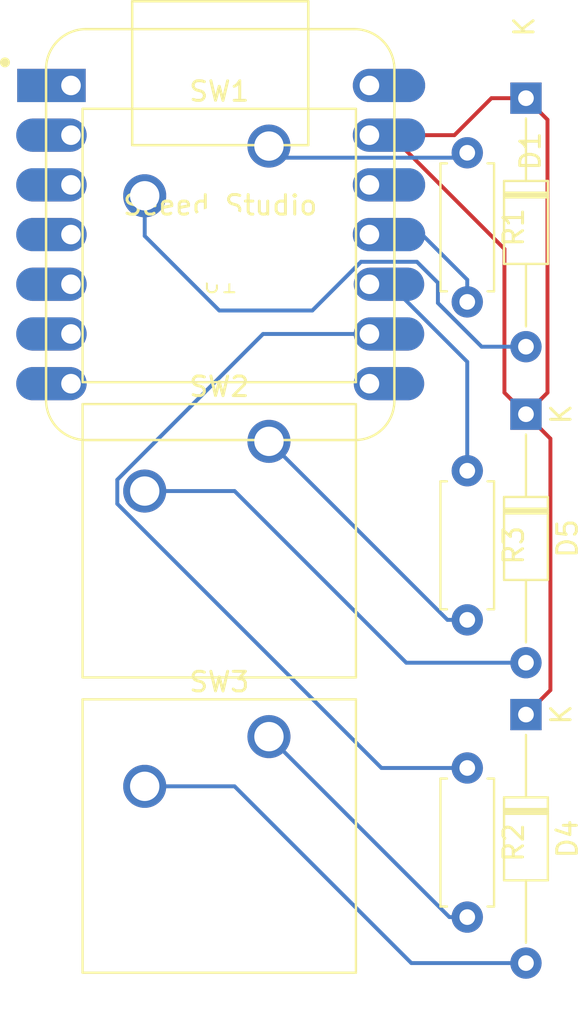
<source format=kicad_pcb>
(kicad_pcb (version 20240108) (generator "pcbnew") (generator_version "8.0")
  (layers (0 "F.Cu" signal) (31 "B.Cu" signal) (34 "B.Paste" user) (35 "F.Paste" user) (36 "B.SilkS" user "B.Silkscreen") (37 "F.SilkS" user "F.Silkscreen") (38 "B.Mask" user) (39 "F.Mask" user) (44 "Edge.Cuts" user))
  (net 0 "")
  (net 1 "GND")
  (net 2 "Net-(D1-A)")
  (net 3 "Net-(D4-A)")
  (net 4 "Net-(D5-A)")
  (net 5 "Net-(U1-PA6_A10_D10_MOSI)")
  (net 6 "Net-(R1-Pad1)")
  (net 7 "Net-(R2-Pad2)")
  (net 8 "Net-(U1-PA7_A8_D8_SCK)")
  (net 9 "Net-(R3-Pad2)")
  (net 10 "Net-(U1-PA5_A9_D9_MISO)")
  (footprint "Diode_THT:D_DO-35_SOD27_P12.70mm_Horizontal" (layer "F.Cu") (at 114.75 84.8 -90)
    (property "Reference" "D5" (at 6.35 -2.12 90) (layer "F.SilkS"))
    (property "Value" "LED")
    (fp_line (start 4.23 1.12) (end 8.47 1.12) (stroke (width 0.12)) (layer "F.SilkS"))
    (fp_line (start 8.47 1.12) (end 8.47 -1.12) (stroke (width 0.12)) (layer "F.SilkS"))
    (fp_line (start 1.04 0) (end 4.23 0) (stroke (width 0.12)) (layer "F.SilkS"))
    (fp_line (start 11.66 0) (end 8.47 0) (stroke (width 0.12)) (layer "F.SilkS"))
    (fp_line (start 4.23 -1.12) (end 4.23 1.12) (stroke (width 0.12)) (layer "F.SilkS"))
    (fp_line (start 4.83 -1.12) (end 4.83 1.12) (stroke (width 0.12)) (layer "F.SilkS"))
    (fp_line (start 4.95 -1.12) (end 4.95 1.12) (stroke (width 0.12)) (layer "F.SilkS"))
    (fp_line (start 5.07 -1.12) (end 5.07 1.12) (stroke (width 0.12)) (layer "F.SilkS"))
    (fp_line (start 8.47 -1.12) (end 4.23 -1.12) (stroke (width 0.12)) (layer "F.SilkS"))
    (fp_text user "K" (at 0 -1.8 90) (layer "F.SilkS"))
    (pad "1" thru_hole rect (at 0 0 270) (size 1.6 1.6) (drill 0.8) (layers "*.Cu" "*.Mask") (net 1 "GND"))
    (pad "2" thru_hole oval (at 12.7 0 270) (size 1.6 1.6) (drill 0.8) (layers "*.Cu" "*.Mask") (net 4 "Net-(D5-A)"))
  )
  (footprint "Diode_THT:D_DO-35_SOD27_P12.70mm_Horizontal" (layer "F.Cu") (at 114.75 68.65 -90)
    (property "Reference" "D1" (at 2.7 -0.23 90) (layer "F.SilkS"))
    (property "Value" "LED")
    (fp_line (start 4.23 1.12) (end 8.47 1.12) (stroke (width 0.12)) (layer "F.SilkS"))
    (fp_line (start 8.47 1.12) (end 8.47 -1.12) (stroke (width 0.12)) (layer "F.SilkS"))
    (fp_line (start 1.04 0) (end 4.23 0) (stroke (width 0.12)) (layer "F.SilkS"))
    (fp_line (start 11.66 0) (end 8.47 0) (stroke (width 0.12)) (layer "F.SilkS"))
    (fp_line (start 4.23 -1.12) (end 4.23 1.12) (stroke (width 0.12)) (layer "F.SilkS"))
    (fp_line (start 4.83 -1.12) (end 4.83 1.12) (stroke (width 0.12)) (layer "F.SilkS"))
    (fp_line (start 4.95 -1.12) (end 4.95 1.12) (stroke (width 0.12)) (layer "F.SilkS"))
    (fp_line (start 5.07 -1.12) (end 5.07 1.12) (stroke (width 0.12)) (layer "F.SilkS"))
    (fp_line (start 8.47 -1.12) (end 4.23 -1.12) (stroke (width 0.12)) (layer "F.SilkS"))
    (fp_text user "K" (at -3.65 0.09 90) (layer "F.SilkS"))
    (pad "1" thru_hole rect (at 0 0 270) (size 1.6 1.6) (drill 0.8) (layers "*.Cu" "*.Mask") (net 1 "GND"))
    (pad "2" thru_hole oval (at 12.7 0 270) (size 1.6 1.6) (drill 0.8) (layers "*.Cu" "*.Mask") (net 2 "Net-(D1-A)"))
  )
  (footprint "Resistor_THT:R_Axial_DIN0207_L6.3mm_D2.5mm_P7.62mm_Horizontal" (layer "F.Cu") (at 111.75 102.88 -90)
    (property "Reference" "R2" (at 3.81 -2.37 90) (layer "F.SilkS"))
    (property "Value" "R")
    (fp_line (start 0.54 1.37) (end 7.08 1.37) (stroke (width 0.12)) (layer "F.SilkS"))
    (fp_line (start 7.08 1.37) (end 7.08 1.04) (stroke (width 0.12)) (layer "F.SilkS"))
    (fp_line (start 0.54 1.04) (end 0.54 1.37) (stroke (width 0.12)) (layer "F.SilkS"))
    (fp_line (start 0.54 -1.04) (end 0.54 -1.37) (stroke (width 0.12)) (layer "F.SilkS"))
    (fp_line (start 0.54 -1.37) (end 7.08 -1.37) (stroke (width 0.12)) (layer "F.SilkS"))
    (fp_line (start 7.08 -1.37) (end 7.08 -1.04) (stroke (width 0.12)) (layer "F.SilkS"))
    (pad "1" thru_hole circle (at 0 0 270) (size 1.6 1.6) (drill 0.8) (layers "*.Cu" "*.Mask") (net 8 "Net-(U1-PA7_A8_D8_SCK)"))
    (pad "2" thru_hole oval (at 7.62 0 270) (size 1.6 1.6) (drill 0.8) (layers "*.Cu" "*.Mask") (net 7 "Net-(R2-Pad2)"))
  )
  (footprint "footprints:XIAO-Generic-Hybrid-14P-2.54-21X17.8MM" (layer "F.Cu") (at 99.125 75.62)
    (property "Reference" "U1" (at 0 2.54 0) (layer "F.SilkS") (effects (font (size 0.889 0.889) (thickness 0.1016))))
    (property "Value" "Seeed Studio XIAO SAMD21" (hide yes))
    (fp_line (start -8.9 -8.5) (end -8.9 8.5) (stroke (width 0.127)) (layer "F.SilkS"))
    (fp_line (start -6.9 10.5) (end 6.9 10.5) (stroke (width 0.127)) (layer "F.SilkS"))
    (fp_line (start -4.5 -11.92403) (end 4.5 -11.92403) (stroke (width 0.127)) (layer "F.SilkS"))
    (fp_line (start -4.5 -4.57073) (end -4.5 -11.92403) (stroke (width 0.127)) (layer "F.SilkS"))
    (fp_line (start 4.5 -11.92403) (end 4.5 -4.57073) (stroke (width 0.127)) (layer "F.SilkS"))
    (fp_line (start 4.5 -4.57073) (end -4.5 -4.57073) (stroke (width 0.127)) (layer "F.SilkS"))
    (fp_line (start 6.9 -10.49909) (end -6.9 -10.49909) (stroke (width 0.127)) (layer "F.SilkS"))
    (fp_line (start 8.9 8.5) (end 8.9 -8.5) (stroke (width 0.127)) (layer "F.SilkS"))
    (fp_arc (start -8.9 -8.5) (mid -8.301491 -9.901491) (end -6.9 -10.5) (stroke (width 0.12)) (layer "F.SilkS"))
    (fp_arc (start -6.9 10.5) (mid -8.301423 9.901423) (end -8.9 8.5) (stroke (width 0.12)) (layer "F.SilkS"))
    (fp_arc (start 6.9 -10.5) (mid 8.301492 -9.901492) (end 8.9 -8.5) (stroke (width 0.12)) (layer "F.SilkS"))
    (fp_arc (start 8.9 8.5) (mid 8.314214 9.914214) (end 6.9 10.5) (stroke (width 0.12)) (layer "F.SilkS"))
    (fp_circle (center -11 -8.8) (end -11 -9.054) (fill solid) (layer "F.SilkS"))
    (fp_poly (pts (xy -8.887715 -8.561705) (xy -8.884667 -8.610473) (xy -8.880603 -8.659494)) (stroke (width 0.0254)) (fill none) (layer "F.SilkS"))
    (fp_poly (pts (xy 8.889492 8.521574) (xy 8.887713 8.57085) (xy 8.884665 8.619618) (xy 8.880601 8.668639) (xy 8.875268 8.717407) (xy 8.868664 8.766175) (xy 8.861044 8.81469) (xy 8.852153 8.86295) (xy 8.842248 8.910955)) (stroke (width 0.0254)) (fill none) (layer "F.SilkS"))
    (fp_text user "XIAO" (at 0 0.5 0) (layer "F.SilkS"))
    (fp_text user "Seeed Studio" (at 0 -1.5 0) (layer "F.SilkS"))
    (pad "1" thru_hole rect (at -7.625 -7.62) (size 3.5 1.7) (drill 1 (offset -1 0)) (layers "*.Cu" "*.Mask"))
    (pad "2" thru_hole oval (at -7.625 -5.08) (size 3.6 1.7) (drill 1 (offset -1 0)) (layers "*.Cu" "*.Mask"))
    (pad "3" thru_hole oval (at -7.625 -2.54) (size 3.6 1.7) (drill 1 (offset -1 0)) (layers "*.Cu" "*.Mask"))
    (pad "4" thru_hole oval (at -7.625 0) (size 3.6 1.7) (drill 1 (offset -1 0)) (layers "*.Cu" "*.Mask"))
    (pad "5" thru_hole oval (at -7.625 2.54) (size 3.6 1.7) (drill 1 (offset -1 0)) (layers "*.Cu" "*.Mask"))
    (pad "6" thru_hole oval (at -7.625 5.08 180) (size 3.6 1.7) (drill 1 (offset 1 0)) (layers "*.Cu" "*.Mask"))
    (pad "7" thru_hole oval (at -7.625 7.62) (size 3.6 1.7) (drill 1 (offset -1 0)) (layers "*.Cu" "*.Mask"))
    (pad "8" thru_hole oval (at 7.625 7.62) (size 3.6 1.7) (drill 1 (offset 1 0)) (layers "*.Cu" "*.Mask"))
    (pad "9" thru_hole oval (at 7.625 5.08) (size 3.6 1.7) (drill 1 (offset 1 0)) (layers "*.Cu" "*.Mask") (net 8 "Net-(U1-PA7_A8_D8_SCK)"))
    (pad "10" thru_hole oval (at 7.625 2.54) (size 3.6 1.7) (drill 1 (offset 1 0)) (layers "*.Cu" "*.Mask") (net 10 "Net-(U1-PA5_A9_D9_MISO)"))
    (pad "11" thru_hole oval (at 7.625 0) (size 3.7 1.7) (drill 1 (offset 1 0)) (layers "*.Cu" "*.Mask") (net 5 "Net-(U1-PA6_A10_D10_MOSI)"))
    (pad "12" thru_hole oval (at 7.625 -2.54) (size 3.7 1.7) (drill 1 (offset 1 0)) (layers "*.Cu" "*.Mask"))
    (pad "13" thru_hole oval (at 7.625 -5.08) (size 3.7 1.7) (drill 1 (offset 1 0)) (layers "*.Cu" "*.Mask") (net 1 "GND"))
    (pad "14" thru_hole oval (at 7.625 -7.62) (size 3.7 1.7) (drill 1 (offset 1 0)) (layers "*.Cu" "*.Mask"))
  )
  (footprint "Resistor_THT:R_Axial_DIN0207_L6.3mm_D2.5mm_P7.62mm_Horizontal" (layer "F.Cu") (at 111.75 71.44 -90)
    (property "Reference" "R1" (at 3.81 -2.37 90) (layer "F.SilkS"))
    (property "Value" "R")
    (fp_line (start 0.54 1.37) (end 7.08 1.37) (stroke (width 0.12)) (layer "F.SilkS"))
    (fp_line (start 7.08 1.37) (end 7.08 1.04) (stroke (width 0.12)) (layer "F.SilkS"))
    (fp_line (start 0.54 1.04) (end 0.54 1.37) (stroke (width 0.12)) (layer "F.SilkS"))
    (fp_line (start 0.54 -1.04) (end 0.54 -1.37) (stroke (width 0.12)) (layer "F.SilkS"))
    (fp_line (start 0.54 -1.37) (end 7.08 -1.37) (stroke (width 0.12)) (layer "F.SilkS"))
    (fp_line (start 7.08 -1.37) (end 7.08 -1.04) (stroke (width 0.12)) (layer "F.SilkS"))
    (pad "1" thru_hole circle (at 0 0 270) (size 1.6 1.6) (drill 0.8) (layers "*.Cu" "*.Mask") (net 6 "Net-(R1-Pad1)"))
    (pad "2" thru_hole oval (at 7.62 0 270) (size 1.6 1.6) (drill 0.8) (layers "*.Cu" "*.Mask") (net 5 "Net-(U1-PA6_A10_D10_MOSI)"))
  )
  (footprint "Button_Switch_Keyboard:SW_Cherry_MX_1.00u_PCB" (layer "F.Cu") (at 101.616 86.18747)
    (property "Reference" "SW2" (at -2.54 -2.794 0) (layer "F.SilkS"))
    (property "Value" "SW_Push")
    (fp_line (start -9.525 -1.905) (end 4.445 -1.905) (stroke (width 0.12)) (layer "F.SilkS"))
    (fp_line (start -9.525 12.065) (end -9.525 -1.905) (stroke (width 0.12)) (layer "F.SilkS"))
    (fp_line (start 4.445 -1.905) (end 4.445 12.065) (stroke (width 0.12)) (layer "F.SilkS"))
    (fp_line (start 4.445 12.065) (end -9.525 12.065) (stroke (width 0.12)) (layer "F.SilkS"))
    (pad "" np_thru_hole circle (at -7.62 5.08) (size 1.7 1.7) (drill 1.7) (layers "*.Cu" "*.Mask"))
    (pad "" np_thru_hole circle (at -2.54 5.08) (size 4 4) (drill 4) (layers "*.Cu" "*.Mask"))
    (pad "" np_thru_hole circle (at 2.54 5.08) (size 1.7 1.7) (drill 1.7) (layers "*.Cu" "*.Mask"))
    (pad "1" thru_hole circle (at 0 0) (size 2.2 2.2) (drill 1.5) (layers "*.Cu" "*.Mask") (net 9 "Net-(R3-Pad2)"))
    (pad "2" thru_hole circle (at -6.35 2.54) (size 2.2 2.2) (drill 1.5) (layers "*.Cu" "*.Mask") (net 4 "Net-(D5-A)"))
  )
  (footprint "Diode_THT:D_DO-35_SOD27_P12.70mm_Horizontal" (layer "F.Cu") (at 114.75 100.15 -90)
    (property "Reference" "D4" (at 6.35 -2.12 90) (layer "F.SilkS"))
    (property "Value" "LED")
    (fp_line (start 4.23 1.12) (end 8.47 1.12) (stroke (width 0.12)) (layer "F.SilkS"))
    (fp_line (start 8.47 1.12) (end 8.47 -1.12) (stroke (width 0.12)) (layer "F.SilkS"))
    (fp_line (start 1.04 0) (end 4.23 0) (stroke (width 0.12)) (layer "F.SilkS"))
    (fp_line (start 11.66 0) (end 8.47 0) (stroke (width 0.12)) (layer "F.SilkS"))
    (fp_line (start 4.23 -1.12) (end 4.23 1.12) (stroke (width 0.12)) (layer "F.SilkS"))
    (fp_line (start 4.83 -1.12) (end 4.83 1.12) (stroke (width 0.12)) (layer "F.SilkS"))
    (fp_line (start 4.95 -1.12) (end 4.95 1.12) (stroke (width 0.12)) (layer "F.SilkS"))
    (fp_line (start 5.07 -1.12) (end 5.07 1.12) (stroke (width 0.12)) (layer "F.SilkS"))
    (fp_line (start 8.47 -1.12) (end 4.23 -1.12) (stroke (width 0.12)) (layer "F.SilkS"))
    (fp_text user "K" (at 0 -1.8 90) (layer "F.SilkS"))
    (pad "1" thru_hole rect (at 0 0 270) (size 1.6 1.6) (drill 0.8) (layers "*.Cu" "*.Mask") (net 1 "GND"))
    (pad "2" thru_hole oval (at 12.7 0 270) (size 1.6 1.6) (drill 0.8) (layers "*.Cu" "*.Mask") (net 3 "Net-(D4-A)"))
  )
  (footprint "Button_Switch_Keyboard:SW_Cherry_MX_1.00u_PCB" (layer "F.Cu") (at 101.616 71.09747)
    (property "Reference" "SW1" (at -2.54 -2.794 0) (layer "F.SilkS"))
    (property "Value" "SW_Push")
    (fp_line (start -9.525 -1.905) (end 4.445 -1.905) (stroke (width 0.12)) (layer "F.SilkS"))
    (fp_line (start -9.525 12.065) (end -9.525 -1.905) (stroke (width 0.12)) (layer "F.SilkS"))
    (fp_line (start 4.445 -1.905) (end 4.445 12.065) (stroke (width 0.12)) (layer "F.SilkS"))
    (fp_line (start 4.445 12.065) (end -9.525 12.065) (stroke (width 0.12)) (layer "F.SilkS"))
    (pad "" np_thru_hole circle (at -7.62 5.08) (size 1.7 1.7) (drill 1.7) (layers "*.Cu" "*.Mask"))
    (pad "" np_thru_hole circle (at -2.54 5.08) (size 4 4) (drill 4) (layers "*.Cu" "*.Mask"))
    (pad "" np_thru_hole circle (at 2.54 5.08) (size 1.7 1.7) (drill 1.7) (layers "*.Cu" "*.Mask"))
    (pad "1" thru_hole circle (at 0 0) (size 2.2 2.2) (drill 1.5) (layers "*.Cu" "*.Mask") (net 6 "Net-(R1-Pad1)"))
    (pad "2" thru_hole circle (at -6.35 2.54) (size 2.2 2.2) (drill 1.5) (layers "*.Cu" "*.Mask") (net 2 "Net-(D1-A)"))
  )
  (footprint "Resistor_THT:R_Axial_DIN0207_L6.3mm_D2.5mm_P7.62mm_Horizontal" (layer "F.Cu") (at 111.75 87.69 -90)
    (property "Reference" "R3" (at 3.81 -2.37 90) (layer "F.SilkS"))
    (property "Value" "R")
    (fp_line (start 0.54 1.37) (end 7.08 1.37) (stroke (width 0.12)) (layer "F.SilkS"))
    (fp_line (start 7.08 1.37) (end 7.08 1.04) (stroke (width 0.12)) (layer "F.SilkS"))
    (fp_line (start 0.54 1.04) (end 0.54 1.37) (stroke (width 0.12)) (layer "F.SilkS"))
    (fp_line (start 0.54 -1.04) (end 0.54 -1.37) (stroke (width 0.12)) (layer "F.SilkS"))
    (fp_line (start 0.54 -1.37) (end 7.08 -1.37) (stroke (width 0.12)) (layer "F.SilkS"))
    (fp_line (start 7.08 -1.37) (end 7.08 -1.04) (stroke (width 0.12)) (layer "F.SilkS"))
    (pad "1" thru_hole circle (at 0 0 270) (size 1.6 1.6) (drill 0.8) (layers "*.Cu" "*.Mask") (net 10 "Net-(U1-PA5_A9_D9_MISO)"))
    (pad "2" thru_hole oval (at 7.62 0 270) (size 1.6 1.6) (drill 0.8) (layers "*.Cu" "*.Mask") (net 9 "Net-(R3-Pad2)"))
  )
  (footprint "Button_Switch_Keyboard:SW_Cherry_MX_1.00u_PCB" (layer "F.Cu") (at 101.616 101.27747)
    (property "Reference" "SW3" (at -2.54 -2.794 0) (layer "F.SilkS"))
    (property "Value" "SW_Push")
    (fp_line (start -9.525 -1.905) (end 4.445 -1.905) (stroke (width 0.12)) (layer "F.SilkS"))
    (fp_line (start -9.525 12.065) (end -9.525 -1.905) (stroke (width 0.12)) (layer "F.SilkS"))
    (fp_line (start 4.445 -1.905) (end 4.445 12.065) (stroke (width 0.12)) (layer "F.SilkS"))
    (fp_line (start 4.445 12.065) (end -9.525 12.065) (stroke (width 0.12)) (layer "F.SilkS"))
    (pad "" np_thru_hole circle (at -7.62 5.08) (size 1.7 1.7) (drill 1.7) (layers "*.Cu" "*.Mask"))
    (pad "" np_thru_hole circle (at -2.54 5.08) (size 4 4) (drill 4) (layers "*.Cu" "*.Mask"))
    (pad "" np_thru_hole circle (at 2.54 5.08) (size 1.7 1.7) (drill 1.7) (layers "*.Cu" "*.Mask"))
    (pad "1" thru_hole circle (at 0 0) (size 2.2 2.2) (drill 1.5) (layers "*.Cu" "*.Mask") (net 7 "Net-(R2-Pad2)"))
    (pad "2" thru_hole circle (at -6.35 2.54) (size 2.2 2.2) (drill 1.5) (layers "*.Cu" "*.Mask") (net 3 "Net-(D4-A)"))
  )
  (segment (start 114.75 68.65) (end 115.85 69.75) (width 0.2) (layer "F.Cu") (net 1))
  (segment (start 112.984365 68.65) (end 114.75 68.65) (width 0.2) (layer "F.Cu") (net 1))
  (segment (start 113.65 83.7) (end 114.75 84.8) (width 0.2) (layer "F.Cu") (net 1))
  (segment (start 114.75 100.15) (end 116 98.9) (width 0.2) (layer "F.Cu") (net 1))
  (segment (start 115.85 83.7) (end 114.75 84.8) (width 0.2) (layer "F.Cu") (net 1))
  (segment (start 116 86.05) (end 114.75 84.8) (width 0.2) (layer "F.Cu") (net 1))
  (segment (start 115.85 69.75) (end 115.85 83.7) (width 0.2) (layer "F.Cu") (net 1))
  (segment (start 111.094365 70.54) (end 112.984365 68.65) (width 0.2) (layer "F.Cu") (net 1))
  (segment (start 116 98.9) (end 116 86.05) (width 0.2) (layer "F.Cu") (net 1))
  (segment (start 113.65 76.353654) (end 113.65 83.7) (width 0.2) (layer "F.Cu") (net 1))
  (segment (start 106.75 70.54) (end 107.836346 70.54) (width 0.2) (layer "F.Cu") (net 1))
  (segment (start 107.836346 70.54) (end 113.65 76.353654) (width 0.2) (layer "F.Cu") (net 1))
  (segment (start 106.75 70.54) (end 111.094365 70.54) (width 0.2) (layer "F.Cu") (net 1))
  (segment (start 114.75 68.65) (end 114.25 69.15) (width 0.2) (layer "B.Cu") (net 1))
  (segment (start 107.836346 70.54) (end 106.75 70.54) (width 0.2) (layer "B.Cu") (net 1))
  (segment (start 109.176346 77.01) (end 110.25 78.083654) (width 0.2) (layer "B.Cu") (net 2))
  (segment (start 112.484365 81.35) (end 114.75 81.35) (width 0.2) (layer "B.Cu") (net 2))
  (segment (start 95.266 75.690872) (end 99.075128 79.5) (width 0.2) (layer "B.Cu") (net 2))
  (segment (start 103.833654 79.5) (end 106.323654 77.01) (width 0.2) (layer "B.Cu") (net 2))
  (segment (start 95.266 73.63747) (end 95.266 75.690872) (width 0.2) (layer "B.Cu") (net 2))
  (segment (start 99.075128 79.5) (end 103.833654 79.5) (width 0.2) (layer "B.Cu") (net 2))
  (segment (start 106.323654 77.01) (end 109.176346 77.01) (width 0.2) (layer "B.Cu") (net 2))
  (segment (start 110.25 78.083654) (end 110.25 79.115635) (width 0.2) (layer "B.Cu") (net 2))
  (segment (start 110.25 79.115635) (end 112.484365 81.35) (width 0.2) (layer "B.Cu") (net 2))
  (segment (start 95.266 103.81747) (end 99.859402 103.81747) (width 0.2) (layer "B.Cu") (net 3))
  (segment (start 108.891932 112.85) (end 114.75 112.85) (width 0.2) (layer "B.Cu") (net 3))
  (segment (start 99.859402 103.81747) (end 108.891932 112.85) (width 0.2) (layer "B.Cu") (net 3))
  (segment (start 99.859402 88.72747) (end 108.631932 97.5) (width 0.2) (layer "B.Cu") (net 4))
  (segment (start 95.266 88.72747) (end 99.859402 88.72747) (width 0.2) (layer "B.Cu") (net 4))
  (segment (start 108.631932 97.5) (end 114.75 97.5) (width 0.2) (layer "B.Cu") (net 4))
  (segment (start 111.75 79.06) (end 111.75 77.92863) (width 0.2) (layer "B.Cu") (net 5))
  (segment (start 109.44137 75.62) (end 106.75 75.62) (width 0.2) (layer "B.Cu") (net 5))
  (segment (start 111.75 77.92863) (end 109.44137 75.62) (width 0.2) (layer "B.Cu") (net 5))
  (segment (start 101.616 71.09747) (end 102.20853 71.69) (width 0.2) (layer "B.Cu") (net 6))
  (segment (start 111.5 71.69) (end 111.75 71.44) (width 0.2) (layer "B.Cu") (net 6))
  (segment (start 102.20853 71.69) (end 111.5 71.69) (width 0.2) (layer "B.Cu") (net 6))
  (segment (start 110.83853 110.5) (end 111.75 110.5) (width 0.2) (layer "B.Cu") (net 7))
  (segment (start 101.616 101.27747) (end 110.83853 110.5) (width 0.2) (layer "B.Cu") (net 7))
  (segment (start 106.75 80.7) (end 107.786346 80.7) (width 0.2) (layer "B.Cu") (net 8))
  (segment (start 107.365128 102.88) (end 93.866 89.380872) (width 0.2) (layer "B.Cu") (net 8))
  (segment (start 93.866 89.380872) (end 93.866 88.147571) (width 0.2) (layer "B.Cu") (net 8))
  (segment (start 111.75 102.88) (end 107.365128 102.88) (width 0.2) (layer "B.Cu") (net 8))
  (segment (start 93.866 88.147571) (end 101.313571 80.7) (width 0.2) (layer "B.Cu") (net 8))
  (segment (start 101.313571 80.7) (end 106.75 80.7) (width 0.2) (layer "B.Cu") (net 8))
  (segment (start 110.73853 95.31) (end 111.75 95.31) (width 0.2) (layer "B.Cu") (net 9))
  (segment (start 101.616 86.18747) (end 110.73853 95.31) (width 0.2) (layer "B.Cu") (net 9))
  (segment (start 111.75 82.123654) (end 107.786346 78.16) (width 0.2) (layer "B.Cu") (net 10))
  (segment (start 107.786346 78.16) (end 106.75 78.16) (width 0.2) (layer "B.Cu") (net 10))
  (segment (start 111.75 87.69) (end 111.75 82.123654) (width 0.2) (layer "B.Cu") (net 10))
)
</source>
